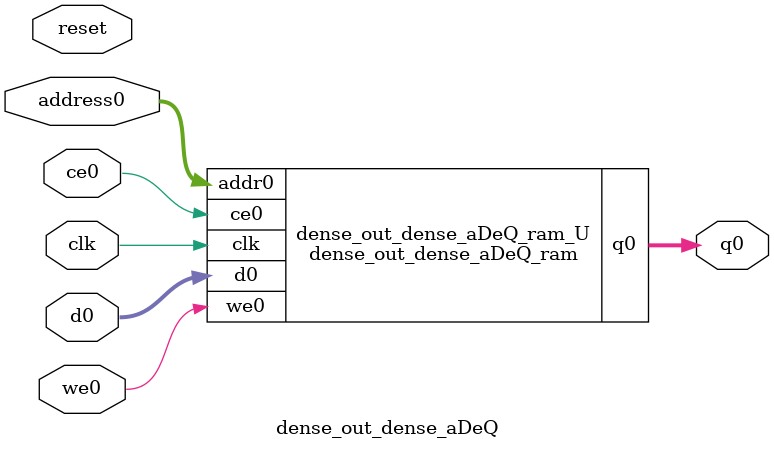
<source format=v>
`timescale 1 ns / 1 ps
module dense_out_dense_aDeQ_ram (addr0, ce0, d0, we0, q0,  clk);

parameter DWIDTH = 14;
parameter AWIDTH = 4;
parameter MEM_SIZE = 10;

input[AWIDTH-1:0] addr0;
input ce0;
input[DWIDTH-1:0] d0;
input we0;
output reg[DWIDTH-1:0] q0;
input clk;

(* ram_style = "distributed" *)reg [DWIDTH-1:0] ram[0:MEM_SIZE-1];




always @(posedge clk)  
begin 
    if (ce0) 
    begin
        if (we0) 
        begin 
            ram[addr0] <= d0; 
        end 
        q0 <= ram[addr0];
    end
end


endmodule

`timescale 1 ns / 1 ps
module dense_out_dense_aDeQ(
    reset,
    clk,
    address0,
    ce0,
    we0,
    d0,
    q0);

parameter DataWidth = 32'd14;
parameter AddressRange = 32'd10;
parameter AddressWidth = 32'd4;
input reset;
input clk;
input[AddressWidth - 1:0] address0;
input ce0;
input we0;
input[DataWidth - 1:0] d0;
output[DataWidth - 1:0] q0;



dense_out_dense_aDeQ_ram dense_out_dense_aDeQ_ram_U(
    .clk( clk ),
    .addr0( address0 ),
    .ce0( ce0 ),
    .we0( we0 ),
    .d0( d0 ),
    .q0( q0 ));

endmodule


</source>
